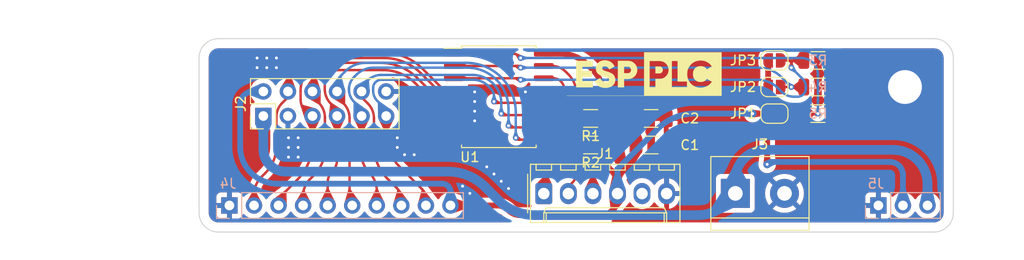
<source format=kicad_pcb>
(kicad_pcb (version 20221018) (generator pcbnew)
  (layers (0 "F.Cu" signal) (31 "B.Cu" signal) (34 "B.Paste" user) (35 "F.Paste" user) (36 "B.SilkS" user "B.Silkscreen") (37 "F.SilkS" user "F.Silkscreen") (38 "B.Mask" user) (39 "F.Mask" user) (44 "Edge.Cuts" user))
  (net 0 "")
  (net 1 "+3V3")
  (net 2 "GND")
  (net 3 "INT")
  (net 4 "SCL")
  (net 5 "SDA")
  (net 7 "+12V")
  (net 8 "Net-(J2-Pad4)")
  (net 9 "Net-(J2-Pad5)")
  (net 10 "Net-(J2-Pad6)")
  (net 11 "Net-(J2-Pad7)")
  (net 12 "Net-(J2-Pad8)")
  (net 13 "Net-(J2-Pad9)")
  (net 14 "Net-(J2-Pad10)")
  (net 15 "Net-(J2-Pad11)")
  (net 16 "Net-(JP1-Pad2)")
  (net 17 "Net-(JP2-Pad2)")
  (net 18 "Net-(JP3-Pad2)")
  (footprint "Jumper:SolderJumper-2_P1.3mm_Open_RoundedPad1.0x1.5mm" (layer "F.Cu") (at 183.5 90.75)
    (fp_text reference "JP1")
    (fp_text value "SolderJumper_2_Open")
  )
  (footprint "Resistor_SMD:R_1206_3216Metric" (layer "F.Cu") (at 188 85.25)
    (fp_text reference "R3")
    (fp_text value "10k")
  )
  (footprint "Connector_Molex:Molex_KK-254_AE-6410-06A_1x06_P2.54mm_Vertical" (layer "F.Cu") (at 159.65 99.02)
    (fp_text reference "J1")
    (fp_text value "Conn_01x06")
  )
  (footprint "Resistor_SMD:R_1206_3216Metric" (layer "F.Cu") (at 164.5 91.25 180)
    (fp_text reference "R1")
    (fp_text value "100k")
  )
  (footprint "Connector_PinHeader_2.54mm:PinHeader_2x06_P2.54mm_Vertical" (layer "F.Cu") (at 130.65 91 90)
    (fp_text reference "J2")
    (fp_text value "Conn_02x06_Odd_Even")
  )
  (footprint "Jumper:SolderJumper-2_P1.3mm_Open_RoundedPad1.0x1.5mm" (layer "F.Cu") (at 183.5 85.25)
    (fp_text reference "JP3")
    (fp_text value "SolderJumper_2_Open")
  )
  (footprint "Resistor_SMD:R_1206_3216Metric" (layer "F.Cu") (at 164.5 94 180)
    (fp_text reference "R2")
    (fp_text value "100k")
  )
  (footprint "Resistor_SMD:R_1206_3216Metric" (layer "F.Cu") (at 188 90.75)
    (fp_text reference "R5")
    (fp_text value "10k")
  )
  (footprint "MountingHole:MountingHole_3.5mm_Pad" (layer "F.Cu") (at 197 88)
    (fp_text reference "REF**" hide)
    (fp_text value "MountingHole_3.5mm_Pad")
  )
  (footprint "Package_SO:SOIC-16W_7.5x10.3mm_P1.27mm" (layer "F.Cu") (at 155 89)
    (fp_text reference "U1")
    (fp_text value "PCF8574")
  )
  (footprint "Resistor_SMD:R_1206_3216Metric" (layer "F.Cu") (at 188 88)
    (fp_text reference "R4")
    (fp_text value "10k")
  )
  (footprint "Jumper:SolderJumper-2_P1.3mm_Open_RoundedPad1.0x1.5mm" (layer "F.Cu") (at 183.5 88)
    (fp_text reference "JP2")
    (fp_text value "SolderJumper_2_Open")
  )
  (footprint "Capacitor_SMD:C_1206_3216Metric_Pad1.33x1.80mm_HandSolder" (layer "F.Cu") (at 170.75 91.25)
    (fp_text reference "C2")
    (fp_text value "100nF")
  )
  (footprint "libs:TerminalBlock_bornier-2_P5.08mm" (layer "F.Cu") (at 179.46 99)
    (fp_text reference "J3")
    (fp_text value "Screw_Terminal_01x02")
  )
  (footprint "Capacitor_SMD:C_1206_3216Metric_Pad1.33x1.80mm_HandSolder" (layer "F.Cu") (at 170.75 94)
    (fp_text reference "C1")
    (fp_text value "1uF")
  )
  (footprint "Connector_PinSocket_2.54mm:PinSocket_1x10_P2.54mm_Vertical" (layer "B.Cu") (at 127.14 100.25 -90)
    (fp_text reference "J4")
    (fp_text value "Conn_01x10")
  )
  (footprint "Connector_PinSocket_2.54mm:PinSocket_1x03_P2.54mm_Vertical" (layer "B.Cu") (at 194.25 100.25 -90)
    (fp_text reference "J5")
    (fp_text value "Conn_01x03")
  )
  (gr_poly locked (pts (xy 164.700815 85.901552) (xy 163.633269 85.901552) (xy 163.633269 86.351863) (xy 164.603765 86.351863) (xy 164.603765 86.941924) (xy 163.633269 86.941924) (xy 163.633268 87.42329) (xy 164.720224 87.42329) (xy 164.720224 88.021115) (xy 163.012151 88.021115) (xy 163.012151 85.303727) (xy 164.700815 85.303727)) (stroke (width 0.032)) (fill solid) (layer "F.SilkS"))
  (gr_poly locked (pts (xy 171.628476 85.886418) (xy 171.645838 85.887601) (xy 171.662807 85.889572) (xy 171.679381 85.892332) (xy 171.695561 85.89588) (xy 171.711347 85.900217) (xy 171.726738 85.905343) (xy 171.741736 85.911257) (xy 171.756339 85.917959) (xy 171.770547 85.92545) (xy 171.784362 85.93373) (xy 171.797782 85.942798) (xy 171.810808 85.952654) (xy 171.823439 85.9633) (xy 171.835676 85.974733) (xy 171.847519 85.986955) (xy 171.858801 85.999754) (xy 171.869355 86.012916) (xy 171.879182 86.026442) (xy 171.88828 86.040333) (xy 171.896651 86.054587) (xy 171.904293 86.069205) (xy 171.911208 86.084187) (xy 171.917395 86.099533) (xy 171.922854 86.115243) (xy 171.927585 86.131317) (xy 171.931588 86.147755) (xy 171.934864 86.164556) (xy 171.937411 86.181722) (xy 171.939231 86.199252) (xy 171.940323 86.217145) (xy 171.940687 86.235403) (xy 171.940323 86.25366) (xy 171.939231 86.271554) (xy 171.937411 86.289083) (xy 171.934864 86.306249) (xy 171.931588 86.323051) (xy 171.927585 86.339488) (xy 171.922854 86.355562) (xy 171.917395 86.371272) (xy 171.911208 86.386618) (xy 171.904293 86.4016) (xy 171.896651 86.416218) (xy 171.88828 86.430473) (xy 171.879182 86.444363) (xy 171.869355 86.457889) (xy 171.858801 86.471051) (xy 171.847519 86.48385) (xy 171.835676 86.496072) (xy 171.823439 86.507506) (xy 171.810807 86.518151) (xy 171.797781 86.528007) (xy 171.784361 86.537075) (xy 171.770547 86.545355) (xy 171.756338 86.552846) (xy 171.741735 86.559548) (xy 171.726738 86.565462) (xy 171.711347 86.570588) (xy 171.695561 86.574925) (xy 171.679381 86.578473) (xy 171.662807 86.581233) (xy 171.645838 86.583204) (xy 171.628476 86.584387) (xy 171.610719 86.584781) (xy 171.20311 86.584781) (xy 171.20311 85.886024) (xy 171.610719 85.886024)) (stroke (width 0.032)) (fill solid) (layer "F.SilkS"))
  (gr_poly locked (pts (xy 168.399362 85.304788) (xy 168.447886 85.307972) (xy 168.495441 85.31328) (xy 168.542024 85.32071) (xy 168.587638 85.330264) (xy 168.632281 85.34194) (xy 168.675953 85.355739) (xy 168.718655 85.371661) (xy 168.760386 85.389707) (xy 168.801147 85.409875) (xy 168.840937 85.432166) (xy 168.879757 85.45658) (xy 168.917606 85.483117) (xy 168.954485 85.511777) (xy 168.990394 85.54256) (xy 169.025332 85.575465) (xy 169.058708 85.609888) (xy 169.08993 85.64522) (xy 169.119 85.681462) (xy 169.145916 85.718613) (xy 169.170679 85.756675) (xy 169.193288 85.795647) (xy 169.213745 85.835528) (xy 169.232048 85.876319) (xy 169.248197 85.91802) (xy 169.262194 85.960631) (xy 169.274037 86.004152) (xy 169.283727 86.048582) (xy 169.291263 86.093922) (xy 169.296646 86.140173) (xy 169.299876 86.187333) (xy 169.300953 86.235403) (xy 169.299876 86.283472) (xy 169.296646 86.330632) (xy 169.291263 86.376883) (xy 169.283727 86.422223) (xy 169.274037 86.466654) (xy 169.262194 86.510174) (xy 169.248197 86.552785) (xy 169.232048 86.594486) (xy 169.213745 86.635277) (xy 169.193288 86.675159) (xy 169.170679 86.71413) (xy 169.145916 86.752192) (xy 169.119 86.789344) (xy 169.08993 86.825586) (xy 169.058708 86.860918) (xy 169.025332 86.89534) (xy 168.990394 86.928246) (xy 168.954485 86.959029) (xy 168.917606 86.987689) (xy 168.879757 87.014226) (xy 168.840937 87.03864) (xy 168.801147 87.060931) (xy 168.760386 87.081099) (xy 168.718655 87.099144) (xy 168.675953 87.115066) (xy 168.632281 87.128865) (xy 168.587638 87.140542) (xy 168.542024 87.150095) (xy 168.495441 87.157525) (xy 168.447886 87.162833) (xy 168.399362 87.166017) (xy 168.349867 87.167079) (xy 167.942258 87.167079) (xy 167.942258 88.021115) (xy 167.321141 88.021115) (xy 167.321141 86.584781) (xy 167.942258 86.584781) (xy 168.349867 86.584781) (xy 168.367624 86.584387) (xy 168.384986 86.583204) (xy 168.401955 86.581233) (xy 168.418529 86.578473) (xy 168.434709 86.574925) (xy 168.450495 86.570588) (xy 168.465886 86.565462) (xy 168.480884 86.559548) (xy 168.495487 86.552846) (xy 168.509695 86.545355) (xy 168.52351 86.537075) (xy 168.53693 86.528007) (xy 168.549955 86.518151) (xy 168.562587 86.507506) (xy 168.574824 86.496072) (xy 168.586667 86.48385) (xy 168.597949 86.471051) (xy 168.608503 86.457889) (xy 168.61833 86.444363) (xy 168.627428 86.430473) (xy 168.635798 86.416218) (xy 168.643441 86.4016) (xy 168.650356 86.386618) (xy 168.656543 86.371272) (xy 168.662002 86.355562) (xy 168.666733 86.339488) (xy 168.670736 86.323051) (xy 168.674012 86.306249) (xy 168.676559 86.289083) (xy 168.678379 86.271554) (xy 168.679471 86.25366) (xy 168.679835 86.235403) (xy 168.679471 86.217145) (xy 168.678379 86.199252) (xy 168.676559 86.181722) (xy 168.674012 86.164556) (xy 168.670736 86.147755) (xy 168.666733 86.131317) (xy 168.662002 86.115243) (xy 168.656543 86.099533) (xy 168.650356 86.084187) (xy 168.643441 86.069205) (xy 168.635798 86.054587) (xy 168.627428 86.040333) (xy 168.61833 86.026442) (xy 168.608503 86.012916) (xy 168.597949 85.999754) (xy 168.586667 85.986955) (xy 168.574824 85.974733) (xy 168.562587 85.9633) (xy 168.549955 85.952654) (xy 168.53693 85.942798) (xy 168.52351 85.93373) (xy 168.509695 85.92545) (xy 168.495487 85.917959) (xy 168.480884 85.911257) (xy 168.465886 85.905343) (xy 168.450495 85.900217) (xy 168.434709 85.89588) (xy 168.418529 85.892332) (xy 168.401955 85.889572) (xy 168.384986 85.887601) (xy 168.367624 85.886418) (xy 168.349867 85.886024) (xy 167.942258 85.886024) (xy 167.942258 86.584781) (xy 167.321141 86.584781) (xy 167.321141 85.303727) (xy 168.349867 85.303727)) (stroke (width 0.032)) (fill solid) (layer "F.SilkS"))
  (gr_poly locked (pts (xy 166 85.25) (xy 166.040821 85.251865) (xy 166.081036 85.254974) (xy 166.120644 85.259326) (xy 166.159646 85.264921) (xy 166.198042 85.27176) (xy 166.23583 85.279843) (xy 166.273012 85.289169) (xy 166.309588 85.299738) (xy 166.345557 85.311551) (xy 166.380919 85.324607) (xy 166.415675 85.338907) (xy 166.449825 85.35445) (xy 166.483367 85.371236) (xy 166.516304 85.389266) (xy 166.548633 85.40854) (xy 166.580235 85.428511) (xy 166.610988 85.449604) (xy 166.640891 85.471819) (xy 166.669945 85.495156) (xy 166.69815 85.519616) (xy 166.725506 85.545197) (xy 166.752013 85.571901) (xy 166.77767 85.599727) (xy 166.802479 85.628675) (xy 166.826438 85.658745) (xy 166.849548 85.689938) (xy 166.871808 85.722252) (xy 166.89322 85.755689) (xy 166.913782 85.790248) (xy 166.933495 85.825929) (xy 166.952359 85.862732) (xy 166.428291 86.169409) (xy 166.418935 86.150302) (xy 166.409306 86.131802) (xy 166.399404 86.113909) (xy 166.389229 86.096622) (xy 166.378782 86.079941) (xy 166.368061 86.063868) (xy 166.357067 86.0484) (xy 166.3458 86.033539) (xy 166.33426 86.019285) (xy 166.322448 86.005638) (xy 166.310362 85.992597) (xy 166.298003 85.980162) (xy 166.285372 85.968334) (xy 166.272467 85.957113) (xy 166.25929 85.946498) (xy 166.245839 85.93649) (xy 166.231979 85.926618) (xy 166.217573 85.917383) (xy 166.202622 85.908785) (xy 166.187124 85.900824) (xy 166.17108 85.8935) (xy 166.154491 85.886813) (xy 166.137356 85.880762) (xy 166.119674 85.875349) (xy 166.101447 85.870572) (xy 166.082674 85.866432) (xy 166.063355 85.862929) (xy 166.043491 85.860063) (xy 166.02308 85.857834) (xy 166.002123 85.856242) (xy 165.980621 85.855286) (xy 165.958572 85.854968) (xy 165.941346 85.855211) (xy 165.924605 85.855939) (xy 165.908349 85.857152) (xy 165.892579 85.85885) (xy 165.877293 85.861034) (xy 165.862493 85.863703) (xy 165.848178 85.866857) (xy 165.834349 85.870496) (xy 165.821005 85.874621) (xy 165.808146 85.879231) (xy 165.795772 85.884326) (xy 165.783883 85.889906) (xy 165.77248 85.895972) (xy 165.761562 85.902522) (xy 165.751129 85.909559) (xy 165.741182 85.91708) (xy 165.73225 85.924465) (xy 165.723895 85.932062) (xy 165.716115 85.939871) (xy 165.708912 85.947893) (xy 165.702286 85.956127) (xy 165.696235 85.964573) (xy 165.690761 85.973232) (xy 165.685863 85.982103) (xy 165.681541 85.991186) (xy 165.677796 86.000482) (xy 165.674627 86.00999) (xy 165.672033 86.01971) (xy 165.670017 86.029643) (xy 165.668576 86.039787) (xy 165.667712 86.050144) (xy 165.667424 86.060714) (xy 165.667788 86.073224) (xy 165.668879 86.085522) (xy 165.670699 86.097608) (xy 165.673247 86.109481) (xy 165.676522 86.121142) (xy 165.680525 86.132591) (xy 165.685256 86.143828) (xy 165.690715 86.154852) (xy 165.696902 86.165664) (xy 165.703817 86.176263) (xy 165.71146 86.186651) (xy 165.71983 86.196826) (xy 165.728929 86.206788) (xy 165.738755 86.216539) (xy 165.749309 86.226077) (xy 165.760591 86.235403) (xy 165.773511 86.244683) (xy 165.788008 86.254084) (xy 165.804082 86.263607) (xy 165.821733 86.273252) (xy 165.84096 86.283017) (xy 165.861765 86.292904) (xy 165.884148 86.302912) (xy 165.908107 86.313042) (xy 165.933643 86.323293) (xy 165.960756 86.333665) (xy 165.989446 86.344158) (xy 166.019714 86.354773) (xy 166.08498 86.376367) (xy 166.156554 86.398446) (xy 166.233466 86.422466) (xy 166.301158 86.444059) (xy 166.35963 86.463227) (xy 166.408883 86.479968) (xy 166.431932 86.488399) (xy 166.456437 86.498165) (xy 166.482398 86.509265) (xy 166.509815 86.5217) (xy 166.538687 86.535468) (xy 166.569015 86.550572) (xy 166.600799 86.567009) (xy 166.634038 86.584781) (xy 166.651234 86.593561) (xy 166.667884 86.602432) (xy 166.683988 86.611394) (xy 166.699546 86.620447) (xy 166.714559 86.629591) (xy 166.729025 86.638825) (xy 166.742946 86.648151) (xy 166.75632 86.657568) (xy 166.769149 86.667076) (xy 166.781432 86.676675) (xy 166.793169 86.686365) (xy 166.80436 86.696146) (xy 166.815005 86.706018) (xy 166.825104 86.71598) (xy 166.834658 86.726034) (xy 166.843665 86.736179) (xy 166.852809 86.746096) (xy 166.861801 86.756438) (xy 166.870642 86.767204) (xy 166.879331 86.778395) (xy 166.887868 86.790011) (xy 166.896254 86.802051) (xy 166.904488 86.814516) (xy 166.91257 86.827405) (xy 166.920501 86.84072) (xy 166.92828 86.854458) (xy 166.935907 86.868621) (xy 166.943383 86.883209) (xy 166.950708 86.898222) (xy 166.95788 86.913659) (xy 166.964901 86.92952) (xy 166.97177 86.945807) (xy 166.978822 86.961972) (xy 166.985418 86.97844) (xy 166.99156 86.995211) (xy 166.997246 87.012286) (xy 167.002478 87.029664) (xy 167.007254 87.047345) (xy 167.011576 87.06533) (xy 167.015443 87.083617) (xy 167.018855 87.102208) (xy 167.021812 87.121103) (xy 167.024314 87.1403) (xy 167.026361 87.159801) (xy 167.027953 87.179605) (xy 167.029091 87.199713) (xy 167.029773 87.220123) (xy 167.03 87.240837) (xy 167.028909 87.288725) (xy 167.025633 87.335339) (xy 167.020174 87.380679) (xy 167.012532 87.424746) (xy 167.002705 87.467539) (xy 166.990695 87.509058) (xy 166.976502 87.549303) (xy 166.960125 87.588274) (xy 166.941564 87.625972) (xy 166.92082 87.662396) (xy 166.897892 87.697546) (xy 166.87278 87.731423) (xy 166.845485 87.764025) (xy 166.816006 87.795354) (xy 166.784343 87.825409) (xy 166.750497 87.85419) (xy 166.714892 87.880985) (xy 166.677953 87.906051) (xy 166.639679 87.929389) (xy 166.60007 87.950998) (xy 166.559127 87.970878) (xy 166.51685 87.989029) (xy 166.473239 88.005452) (xy 166.428292 88.020145) (xy 166.382012 88.033111) (xy 166.334397 88.044347) (xy 166.285448 88.053855) (xy 166.235164 88.061634) (xy 166.183545 88.067685) (xy 166.130593 88.072006) (xy 166.076306 88.074599) (xy 166.020684 88.075464) (xy 165.969293 88.074766) (xy 165.918964 88.072673) (xy 165.869696 88.069186) (xy 165.82149 88.064303) (xy 165.774345 88.058025) (xy 165.728262 88.050352) (xy 165.68324 88.041284) (xy 165.639279 88.030821) (xy 165.59638 88.018962) (xy 165.554543 88.005709) (xy 165.513767 87.991061) (xy 165.474052 87.975017) (xy 165.435399 87.957578) (xy 165.397807 87.938745) (xy 165.361277 87.918516) (xy 165.325809 87.896892) (xy 165.291978 87.873585) (xy 165.25939 87.849277) (xy 165.228046 87.823968) (xy 165.197946 87.797659) (xy 165.169089 87.770348) (xy 165.141475 87.742037) (xy 165.115105 87.712725) (xy 165.089978 87.682412) (xy 165.066095 87.651099) (xy 165.043455 87.618784) (xy 165.022059 87.585469) (xy 165.001906 87.551153) (xy 164.982996 87.515836) (xy 164.96533 87.479518) (xy 164.948908 87.4422) (xy 164.933729 87.40388) (xy 165.469442 87.093321) (xy 165.490778 87.138919) (xy 165.502162 87.160615) (xy 165.514024 87.181576) (xy 165.526364 87.201801) (xy 165.539181 87.22129) (xy 165.552476 87.240044) (xy 165.566249 87.258063) (xy 165.580499 87.275346) (xy 165.595227 87.291894) (xy 165.610433 87.307706) (xy 165.626117 87.322783) (xy 165.642278 87.337124) (xy 165.658916 87.35073) (xy 165.676033 87.363601) (xy 165.693627 87.375736) (xy 165.711698 87.387135) (xy 165.730248 87.397799) (xy 165.749275 87.407728) (xy 165.76878 87.416921) (xy 165.788762 87.425379) (xy 165.809222 87.433101) (xy 165.83016 87.440088) (xy 165.851575 87.446339) (xy 165.873468 87.451855) (xy 165.895839 87.456636) (xy 165.918687 87.460681) (xy 165.942013 87.46399) (xy 165.965817 87.466564) (xy 165.990098 87.468403) (xy 166.040094 87.469874) (xy 166.084752 87.46901) (xy 166.126529 87.466417) (xy 166.165424 87.462095) (xy 166.201439 87.456044) (xy 166.234572 87.448265) (xy 166.264824 87.438758) (xy 166.292195 87.427521) (xy 166.316685 87.414556) (xy 166.32785 87.407425) (xy 166.338294 87.399862) (xy 166.348018 87.391867) (xy 166.357021 87.383439) (xy 166.365305 87.37458) (xy 166.372868 87.365288) (xy 166.379711 87.355564) (xy 166.385833 87.345408) (xy 166.391235 87.33482) (xy 166.395917 87.323799) (xy 166.399879 87.312347) (xy 166.40312 87.300462) (xy 166.405641 87.288145) (xy 166.407442 87.275396) (xy 166.408522 87.262214) (xy 166.408882 87.248601) (xy 166.408412 87.23377) (xy 166.407002 87.219364) (xy 166.404652 87.205383) (xy 166.401361 87.191826) (xy 166.39713 87.178694) (xy 166.391959 87.165987) (xy 166.385848 87.153704) (xy 166.378797 87.141846) (xy 166.370805 87.130412) (xy 166.361874 87.119403) (xy 166.352002 87.108819) (xy 166.34119 87.098659) (xy 166.329438 87.088923) (xy 166.316746 87.079613) (xy 166.303113 87.070727) (xy 166.288541 87.062265) (xy 166.273164 87.053455) (xy 166.25615 87.044493) (xy 166.237498 87.03538) (xy 166.217209 87.026115) (xy 166.195282 87.016698) (xy 166.171717 87.007129) (xy 166.119674 86.987537) (xy 166.061081 86.967339) (xy 165.995936 86.946534) (xy 165.924241 86.925122) (xy 165.845995 86.903104) (xy 165.80396 86.891276) (xy 165.76326 86.879084) (xy 165.723894 86.866528) (xy 165.685863 86.853609) (xy 165.649166 86.840325) (xy 165.613803 86.826678) (xy 165.579775 86.812666) (xy 165.547082 86.798291) (xy 165.515116 86.783187) (xy 165.483272 86.766992) (xy 165.451549 86.749705) (xy 165.419947 86.731326) (xy 165.388466 86.711856) (xy 165.357107 86.691293) (xy 165.325869 86.669639) (xy 165.294753 86.646893) (xy 165.279922 86.63458) (xy 165.265516 86.621903) (xy 165.251535 86.608862) (xy 165.237979 86.595457) (xy 165.224847 86.581688) (xy 165.212139 86.567555) (xy 165.199856 86.553058) (xy 165.187998 86.538197) (xy 165.176564 86.522973) (xy 165.165555 86.507384) (xy 165.154971 86.491431) (xy 165.144811 86.475115) (xy 165.135076 86.458434) (xy 165.125765 86.44139) (xy 165.116879 86.423982) (xy 165.108417 86.406209) (xy 165.100896 86.388088) (xy 165.09386 86.369634) (xy 165.087309 86.350846) (xy 165.081243 86.331724) (xy 165.075663 86.312268) (xy 165.070568 86.292479) (xy 165.065958 86.272357) (xy 165.061833 86.2519) (xy 165.058194 86.231111) (xy 165.05504 86.209987) (xy 165.052371 86.18853) (xy 165.050187 86.166739) (xy 165.048489 86.144615) (xy 165.047276 86.122157) (xy 165.046548 86.099366) (xy 165.046305 86.076241) (xy 165.047352 86.029763) (xy 165.050491 85.984469) (xy 165.055722 85.940356) (xy 165.063047 85.897427) (xy 165.072463 85.855681) (xy 165.083973 85.815117) (xy 165.097575 85.775736) (xy 165.11327 85.737538) (xy 165.131057 85.700522) (xy 165.150937 85.66469) (xy 165.17291 85.63004) (xy 165.196975 85.596573) (xy 165.223133 85.564289) (xy 165.251384 85.533188) (xy 165.281727 85.503269) (xy 165.314162 85.474533) (xy 165.348524 85.447269) (xy 165.383674 85.421763) (xy 165.419613 85.398016) (xy 165.45634 85.376028) (xy 165.493856 85.355799) (xy 165.53216 85.33733) (xy 165.571253 85.320619) (xy 165.611134 85.305667) (xy 165.651804 85.292475) (xy 165.693262 85.281041) (xy 165.735509 85.271366) (xy 165.778545 85.263451) (xy 165.822369 85.257294) (xy 165.866981 85.252896) (xy 165.912382 85.250258) (xy 165.958572 85.249378)) (stroke (width 0.032)) (fill solid) (layer "F.SilkS"))
  (gr_poly locked (pts (xy 178.026877 88.902421) (xy 170.026878 88.902421) (xy 170.026878 88.021115) (xy 170.581993 88.021115) (xy 171.20311 88.021115) (xy 172.872357 88.021115) (xy 174.463971 88.021115) (xy 174.463971 87.42329) (xy 173.493475 87.42329) (xy 173.493475 86.66242) (xy 174.463966 86.66242) (xy 174.465528 86.736876) (xy 174.470213 86.809815) (xy 174.478023 86.881237) (xy 174.488956 86.951143) (xy 174.503013 87.019533) (xy 174.520194 87.086406) (xy 174.540498 87.151763) (xy 174.563927 87.215603) (xy 174.590479 87.277927) (xy 174.620155 87.338735) (xy 174.652954 87.398026) (xy 174.688878 87.455801) (xy 174.727925 87.51206) (xy 174.770096 87.566802) (xy 174.815391 87.620027) (xy 174.863809 87.671737) (xy 174.915079 87.720626) (xy 174.967956 87.76636) (xy 175.02244 87.808941) (xy 175.078532 87.848367) (xy 175.136231 87.88464) (xy 175.195537 87.917758) (xy 175.256451 87.947722) (xy 175.318972 87.974532) (xy 175.383101 87.998188) (xy 175.448837 88.01869) (xy 175.51618 88.036037) (xy 175.585131 88.050231) (xy 175.655689 88.06127) (xy 175.727854 88.069155) (xy 175.801627 88.073887) (xy 175.877008 88.075464) (xy 175.877008 88.075462) (xy 175.922879 88.07481) (xy 175.968295 88.072854) (xy 176.013256 88.069594) (xy 176.057763 88.06503) (xy 176.101814 88.059161) (xy 176.145411 88.051988) (xy 176.188552 88.043512) (xy 176.231239 88.033731) (xy 176.273471 88.022646) (xy 176.315247 88.010257) (xy 176.356569 87.996564) (xy 176.397436 87.981567) (xy 176.437848 87.965266) (xy 176.477805 87.94766) (xy 176.517307 87.928751) (xy 176.556355 87.908537) (xy 176.594644 87.886716) (xy 176.631871 87.863955) (xy 176.668037 87.840254) (xy 176.703142 87.815612) (xy 176.737185 87.79003) (xy 176.770167 87.763508) (xy 176.802087 87.736046) (xy 176.832945 87.707644) (xy 176.862743 87.678302) (xy 176.891478 87.648019) (xy 176.919153 87.616796) (xy 176.945766 87.584634) (xy 176.971317 87.551531) (xy 176.995807 87.517487) (xy 177.019235 87.482504) (xy 177.041602 87.446581) (xy 176.505888 87.136021) (xy 176.494879 87.155174) (xy 176.483203 87.17381) (xy 176.47086 87.191931) (xy 176.457849 87.209536) (xy 176.444171 87.226626) (xy 176.429826 87.243201) (xy 176.414814 87.259259) (xy 176.399134 87.274802) (xy 176.382787 87.28983) (xy 176.365773 87.304342) (xy 176.348092 87.318338) (xy 176.329744 87.331819) (xy 176.310728 87.344785) (xy 176.291045 87.357234) (xy 176.270695 87.369168) (xy 176.249677 87.380587) (xy 176.22866 87.391399) (xy 176.20734 87.401513) (xy 176.185716 87.41093) (xy 176.163789 87.419649) (xy 176.141558 87.427671) (xy 176.119025 87.434995) (xy 176.096188 87.441622) (xy 176.073047 87.447551) (xy 176.049604 87.452783) (xy 176.025857 87.457317) (xy 176.001807 87.461153) (xy 175.977453 87.464292) (xy 175.952796 87.466734) (xy 175.927836 87.468478) (xy 175.902573 87.469524) (xy 175.877006 87.469873) (xy 175.83244 87.469008) (xy 175.788995 87.466415) (xy 175.746672 87.462094) (xy 175.705472 87.456043) (xy 175.665393 87.448264) (xy 175.626437 87.438756) (xy 175.588603 87.42752) (xy 175.551891 87.414555) (xy 175.516301 87.399861) (xy 175.481833 87.383438) (xy 175.448487 87.365287) (xy 175.416264 87.345407) (xy 175.385162 87.323798) (xy 175.355183 87.300461) (xy 175.326326 87.275394) (xy 175.298591 87.2486) (xy 175.272736 87.220379) (xy 175.24855 87.191037) (xy 175.226031 87.160572) (xy 175.205181 87.128986) (xy 175.185999 87.096277) (xy 175.168484 87.062446) (xy 175.152638 87.027493) (xy 175.13846 86.991418) (xy 175.125949 86.954221) (xy 175.115107 86.915901) (xy 175.105933 86.87646) (xy 175.098427 86.835896) (xy 175.092589 86.79421) (xy 175.088419 86.751402) (xy 175.085917 86.707473) (xy 175.085083 86.66242) (xy 175.085917 86.617368) (xy 175.088419 86.573438) (xy 175.092589 86.53063) (xy 175.098427 86.488945) (xy 175.105933 86.448381) (xy 175.115107 86.40894) (xy 175.125949 86.37062) (xy 175.13846 86.333423) (xy 175.152638 86.297348) (xy 175.168484 86.262395) (xy 175.185999 86.228564) (xy 175.205181 86.195855) (xy 175.226031 86.164268) (xy 175.24855 86.133804) (xy 175.272736 86.104461) (xy 175.298591 86.076241) (xy 175.326326 86.049446) (xy 175.355183 86.02438) (xy 175.385162 86.001043) (xy 175.416264 85.979434) (xy 175.448487 85.959554) (xy 175.481833 85.941403) (xy 175.516301 85.92498) (xy 175.551891 85.910286) (xy 175.588603 85.897321) (xy 175.626437 85.886084) (xy 175.665393 85.876577) (xy 175.705472 85.868798) (xy 175.746672 85.862747) (xy 175.788995 85.858425) (xy 175.83244 85.855832) (xy 175.877006 85.854968) (xy 175.902573 85.855317) (xy 175.927836 85.856363) (xy 175.952796 85.858107) (xy 175.977453 85.860548) (xy 176.001807 85.863687) (xy 176.025857 85.867524) (xy 176.049604 85.872058) (xy 176.073047 85.877289) (xy 176.096188 85.883219) (xy 176.119025 85.889845) (xy 176.141558 85.89717) (xy 176.163789 85.905191) (xy 176.185716 85.913911) (xy 176.20734 85.923328) (xy 176.22866 85.933442) (xy 176.249677 85.944254) (xy 176.27024 85.955218) (xy 176.290195 85.966757) (xy 176.309545 85.978873) (xy 176.328287 85.991566) (xy 176.346423 86.004834) (xy 176.363953 86.018679) (xy 176.380876 86.0331) (xy 176.397192 86.048097) (xy 176.412902 86.063671) (xy 176.428006 86.079821) (xy 176.442503 86.096547) (xy 176.456393 86.113849) (xy 176.469676 86.131727) (xy 176.482354 86.150182) (xy 176.494424 86.169212) (xy 176.505888 86.188819) (xy 177.041602 85.87826) (xy 177.018765 85.842352) (xy 176.994897 85.807414) (xy 176.969998 85.773446) (xy 176.944067 85.74045) (xy 176.917106 85.708423) (xy 176.889113 85.677367) (xy 176.860089 85.647282) (xy 176.830034 85.618167) (xy 176.798948 85.590023) (xy 176.766831 85.562849) (xy 176.733682 85.536645) (xy 176.699503 85.511412) (xy 176.664292 85.48715) (xy 176.62805 85.463858) (xy 176.590777 85.441537) (xy 176.552473 85.420186) (xy 176.513441 85.399502) (xy 176.473984 85.380153) (xy 176.434103 85.362138) (xy 176.393797 85.345458) (xy 176.353066 85.330112) (xy 176.311911 85.3161) (xy 176.270332 85.303423) (xy 176.228327 85.29208) (xy 176.185899 85.282072) (xy 176.143045 85.273398) (xy 176.099767 85.266059) (xy 176.056064 85.260054) (xy 176.011937 85.255383) (xy 175.967385 85.252047) (xy 175.922409 85.250046) (xy 175.877008 85.249378) (xy 175.801627 85.250971) (xy 175.727854 85.255747) (xy 175.655689 85.263708) (xy 175.585131 85.274854) (xy 175.51618 85.289184) (xy 175.448837 85.306698) (xy 175.383101 85.327397) (xy 175.318972 85.35128) (xy 175.256451 85.378348) (xy 175.195537 85.4086) (xy 175.136231 85.442037) (xy 175.078532 85.478658) (xy 175.02244 85.518463) (xy 174.967956 85.561453) (xy 174.915079 85.607628) (xy 174.863809 85.656986) (xy 174.815391 85.708226) (xy 174.770096 85.761011) (xy 174.727925 85.815344) (xy 174.688878 85.871223) (xy 174.652954 85.928649) (xy 174.620155 85.987622) (xy 174.590479 86.048142) (xy 174.563927 86.110208) (xy 174.540498 86.173821) (xy 174.520194 86.238981) (xy 174.503013 86.305687) (xy 174.488956 86.37394) (xy 174.478023 86.44374) (xy 174.470213 86.515087) (xy 174.465528 86.58798) (xy 174.463966 86.66242) (xy 173.493475 86.66242) (xy 173.493475 85.303727) (xy 172.872357 85.303727) (xy 172.872357 88.021115) (xy 171.20311 88.021115) (xy 171.20311 87.167079) (xy 171.610719 87.167079) (xy 171.660214 87.166017) (xy 171.708739 87.162833) (xy 171.756293 87.157525) (xy 171.802877 87.150095) (xy 171.84849 87.140542) (xy 171.893133 87.128865) (xy 171.936805 87.115066) (xy 171.979507 87.099144) (xy 172.021238 87.081099) (xy 172.061999 87.060931) (xy 172.101789 87.03864) (xy 172.140609 87.014226) (xy 172.178458 86.987689) (xy 172.215337 86.959029) (xy 172.251246 86.928246) (xy 172.286184 86.89534) (xy 172.31956 86.860918) (xy 172.350782 86.825586) (xy 172.379852 86.789344) (xy 172.406768 86.752192) (xy 172.431531 86.71413) (xy 172.45414 86.675159) (xy 172.474597 86.635277) (xy 172.4929 86.594486) (xy 172.509049 86.552785) (xy 172.523046 86.510174) (xy 172.534889 86.466654) (xy 172.544579 86.422223) (xy 172.552115 86.376883) (xy 172.557498 86.330632) (xy 172.560728 86.283472) (xy 172.561805 86.235403) (xy 172.560728 86.187333) (xy 172.557498 86.140173) (xy 172.552115 86.093922) (xy 172.544579 86.048582) (xy 172.534889 86.004152) (xy 172.523046 85.960631) (xy 172.509049 85.91802) (xy 172.4929 85.876319) (xy 172.474597 85.835528) (xy 172.45414 85.795647) (xy 172.431531 85.756675) (xy 172.406768 85.718613) (xy 172.379852 85.681462) (xy 172.350782 85.64522) (xy 172.31956 85.609888) (xy 172.286184 85.575465) (xy 172.251246 85.54256) (xy 172.215337 85.511777) (xy 172.178458 85.483117) (xy 172.140609 85.45658) (xy 172.101789 85.432166) (xy 172.061999 85.409875) (xy 172.021238 85.389707) (xy 171.979507 85.371661) (xy 171.936805 85.355739) (xy 171.893133 85.34194) (xy 171.84849 85.330264) (xy 171.802877 85.32071) (xy 171.756293 85.31328) (xy 171.708739 85.307972) (xy 171.660214 85.304788) (xy 171.610719 85.303727) (xy 170.581993 85.303727) (xy 170.581993 88.021115) (xy 170.026878 88.021115) (xy 170.026878 84.422421) (xy 178.026877 84.422421)) (stroke (width 0.032)) (fill solid) (layer "F.SilkS"))
  (gr_poly locked (pts (xy 170.026878 88.902422) (xy 162.026878 88.902422) (xy 162.026878 88.902421) (xy 170.026878 88.902421)) (stroke (width 0.032)) (fill solid) (layer "F.SilkS"))
  (gr_poly locked (pts (xy 162.026878 88.902421) (xy 162.026877 88.902421) (xy 162.026877 84.422421)) (stroke (width 0.032)) (fill solid) (layer "F.SilkS"))
  (gr_line locked (start 126 83) (end 200 83) (stroke (width 0.1)) (layer "Edge.Cuts"))
  (gr_arc locked (start 200 83) (mid 201.414214 83.585786) (end 202 85) (stroke (width 0.1)) (layer "Edge.Cuts"))
  (gr_line locked (start 200 103) (end 126 103) (stroke (width 0.1)) (layer "Edge.Cuts"))
  (gr_line locked (start 124 101) (end 124 85) (stroke (width 0.1)) (layer "Edge.Cuts"))
  (gr_arc locked (start 124 85) (mid 124.585786 83.585786) (end 126 83) (stroke (width 0.1)) (layer "Edge.Cuts"))
  (gr_line locked (start 202 85) (end 202 101) (stroke (width 0.1)) (layer "Edge.Cuts"))
  (gr_arc locked (start 202 101) (mid 201.414214 102.414214) (end 200 103) (stroke (width 0.1)) (layer "Edge.Cuts"))
  (gr_arc locked (start 126 103) (mid 124.585786 102.414214) (end 124 101) (stroke (width 0.1)) (layer "Edge.Cuts"))
  (segment locked (start 169.1875 94) (end 169.1875 91.25) (width 0.6) (layer "F.Cu") (net 1))
  (segment locked (start 168.709318 95.83068) (end 167.888718 96.651281) (width 0.6) (layer "F.Cu") (net 1))
  (segment locked (start 165.528751 101.25) (end 157.207106 101.25) (width 0.6) (layer "F.Cu") (net 1))
  (segment locked (start 182.779289 90.75) (end 181.25 90.75) (width 0.6) (layer "F.Cu") (net 1))
  (segment locked (start 182.75 96) (end 182.75 90.92071) (width 0.6) (layer "F.Cu") (net 1))
  (segment locked (start 166.651281 96.651281) (end 166.61625 96.61625) (width 0.6) (layer "F.Cu") (net 1))
  (segment locked (start 166.8422 100.657799) (end 166.76 100.74) (width 0.6) (layer "F.Cu") (net 1))
  (segment locked (start 167.27 99.625) (end 167.27 99.02) (width 0.6) (layer "F.Cu") (net 1))
  (segment locked (start 165.9625 94) (end 165.9625 91.25) (width 0.6) (layer "F.Cu") (net 1))
  (segment locked (start 165.9625 91.25) (end 165.9625 89.35625) (width 0.6) (layer "F.Cu") (net 1))
  (segment locked (start 154.792893 100.25) (end 150 100.25) (width 0.6) (layer "F.Cu") (net 1))
  (segment locked (start 161.3525 84.555) (end 159.65 84.555) (width 0.6) (layer "F.Cu") (net 1))
  (segment locked (start 169.1875 94.67625) (end 169.1875 94) (width 0.6) (layer "F.Cu") (net 1))
  (segment locked (start 165.9625 94) (end 165.9625 95.037957) (width 0.6) (layer "F.Cu") (net 1))
  (segment locked (start 182.85 90.679289) (end 182.85 85.25) (width 0.6) (layer "F.Cu") (net 1))
  (segment locked (start 167.27 98.145) (end 167.27 99.02) (width 0.6) (layer "F.Cu") (net 1))
  (segment locked (start 164.258849 85.758849) (end 164.623416 86.123416) (width 0.6) (layer "F.Cu") (net 1))
  (via locked (at 181.25 90.75) (size 0.8) (drill 0.3) (layers "F.Cu" "B.Cu") (net 1))
  (via locked (at 182.75 96) (size 0.8) (drill 0.3) (layers "F.Cu" "B.Cu") (net 1))
  (arc (start 164.623416 86.123416) (mid 165.614483 87.606652) (end 165.9625 89.35625) (width 0.6) (layer "F.Cu") (net 1))
  (arc (start 166.76 100.74) (mid 166.195098 101.117455) (end 165.528751 101.25) (width 0.6) (layer "F.Cu") (net 1))
  (arc (start 182.8 90.8) (mid 182.762994 90.855382) (end 182.75 90.92071) (width 0.6) (layer "F.Cu") (net 1))
  (arc (start 156 100.75) (mid 156.553825 101.120054) (end 157.207106 101.25) (width 0.6) (layer "F.Cu") (net 1))
  (arc (start 167.27 98.145) (mid 167.1092 97.336605) (end 166.651281 96.651281) (width 0.6) (layer "F.Cu") (net 1))
  (arc (start 165.9625 95.037957) (mid 166.132404 95.892123) (end 166.61625 96.61625) (width 0.6) (layer "F.Cu") (net 1))
  (arc (start 156 100.75) (mid 155.446174 100.379945) (end 154.792893 100.25) (width 0.6) (layer "F.Cu") (net 1))
  (arc (start 182.85 90.679289) (mid 182.837005 90.744617) (end 182.8 90.8) (width 0.6) (layer "F.Cu") (net 1))
  (arc (start 167.27 99.625) (mid 167.158818 100.183946) (end 166.8422 100.657799) (width 0.6) (layer "F.Cu") (net 1))
  (arc (start 164.258849 85.758849) (mid 162.925404 84.86787) (end 161.3525 84.555) (width 0.6) (layer "F.Cu") (net 1))
  (arc (start 169.1875 94.67625) (mid 169.063224 95.301023) (end 168.709318 95.83068) (width 0.6) (layer "F.Cu") (net 1))
  (arc (start 182.779289 90.75) (mid 182.829289 90.729289) (end 182.85 90.679289) (width 0.6) (layer "F.Cu") (net 1))
  (arc (start 182.8 90.8) (mid 182.806349 90.76808) (end 182.779289 90.75) (width 0.6) (layer "F.Cu") (net 1))
  (arc (start 166.651281 96.651281) (mid 167.269999 96.907562) (end 167.888718 96.651281) (width 0.6) (layer "F.Cu") (net 1))
  (arc (start 167.888718 96.651281) (mid 167.430799 97.336605) (end 167.27 98.145) (width 0.6) (layer "F.Cu") (net 1))
  (segment locked (start 182.75 96) (end 182.875 95.875) (width 0.6) (layer "B.Cu") (net 1))
  (segment locked (start 167.27 96.534142) (end 167.27 99.02) (width 0.6) (layer "B.Cu") (net 1))
  (segment locked (start 128.25 94.159009) (end 128.25 89.808614) (width 0.6) (layer "B.Cu") (net 1))
  (segment locked (start 149.146446 98) (end 132.09099 98) (width 0.6) (layer "B.Cu") (net 1))
  (segment locked (start 129.598614 88.46) (end 130.65 88.46) (width 0.6) (layer "B.Cu") (net 1))
  (segment locked (start 196.79 97.098614) (end 196.79 100.25) (width 0.6) (layer "B.Cu") (net 1))
  (segment locked (start 183.176776 95.75) (end 195.441385 95.75) (width 0.6) (layer "B.Cu") (net 1))
  (segment locked (start 150 98.853553) (end 150 100.25) (width 0.6) (layer "B.Cu") (net 1))
  (segment locked (start 175.253963 90.75) (end 181.25 90.75) (width 0.6) (layer "B.Cu") (net 1))
  (segment locked (start 171.406207 92.343792) (end 167.26 96.49) (width 0.6) (layer "B.Cu") (net 1))
  (arc (start 129.375 96.875) (mid 130.621106 97.707622) (end 132.09099 98) (width 0.6) (layer "B.Cu") (net 1))
  (arc (start 167.26 96.49) (mid 167.255857 96.5) (end 167.26 96.51) (width 0.6) (layer "B.Cu") (net 1))
  (arc (start 196.395 96.145) (mid 195.957477 95.852657) (end 195.441385 95.75) (width 0.6) (layer "B.Cu") (net 1))
  (arc (start 167.26 96.51) (mid 167.267401 96.521076) (end 167.27 96.534142) (width 0.6) (layer "B.Cu") (net 1))
  (arc (start 149.75 98.25) (mid 149.473087 98.064972) (end 149.146446 98) (width 0.6) (layer "B.Cu") (net 1))
  (arc (start 183.176776 95.75) (mid 183.013456 95.782486) (end 182.875 95.875) (width 0.6) (layer "B.Cu") (net 1))
  (arc (start 128.645 88.855) (mid 128.352657 89.292521) (end 128.25 89.808614) (width 0.6) (layer "B.Cu") (net 1))
  (arc (start 149.75 98.25) (mid 149.935027 98.526912) (end 150 98.853553) (width 0.6) (layer "B.Cu") (net 1))
  (arc (start 129.598614 88.46) (mid 129.082521 88.562657) (end 128.645 88.855) (width 0.6) (layer "B.Cu") (net 1))
  (arc (start 128.25 94.159009) (mid 128.542377 95.628892) (end 129.375 96.875) (width 0.6) (layer "B.Cu") (net 1))
  (arc (start 175.253963 90.75) (mid 173.171572 91.164213) (end 171.406207 92.343792) (width 0.6) (layer "B.Cu") (net 1))
  (arc (start 196.395 96.145) (mid 196.687342 96.582521) (end 196.79 97.098614) (width 0.6) (layer "B.Cu") (net 1))
  (via locked (at 145.25 95) (size 0.6) (drill 0.3) (layers "F.Cu" "B.Cu") (net 2))
  (via locked (at 132 85) (size 0.6) (drill 0.3) (layers "F.Cu" "B.Cu") (net 2))
  (via locked (at 152 99) (size 0.6) (drill 0.3) (layers "F.Cu" "B.Cu") (net 2))
  (via locked (at 131 86) (size 0.6) (drill 0.3) (layers "F.Cu" "B.Cu") (net 2))
  (via locked (at 146.25 95) (size 0.6) (drill 0.3) (layers "F.Cu" "B.Cu") (net 2))
  (via locked (at 157.75 88.5) (size 0.6) (drill 0.3) (layers "F.Cu" "B.Cu") (net 2))
  (via locked (at 151.25 98.25) (size 0.6) (drill 0.3) (layers "F.Cu" "B.Cu") (net 2))
  (via locked (at 134.25 95.25) (size 0.6) (drill 0.3) (layers "F.Cu" "B.Cu") (net 2))
  (via locked (at 156 98.5) (size 0.6) (drill 0.3) (layers "F.Cu" "B.Cu") (net 2))
  (via locked (at 153.75 96.25) (size 0.6) (drill 0.3) (layers "F.Cu" "B.Cu") (net 2))
  (via locked (at 152.5 90.5) (size 0.6) (drill 0.3) (layers "F.Cu" "B.Cu") (net 2))
  (via locked (at 133.25 95.25) (size 0.6) (drill 0.3) (layers "F.Cu" "B.Cu") (net 2))
  (via locked (at 133.25 94.25) (size 0.6) (drill 0.3) (layers "F.Cu" "B.Cu") (net 2))
  (via locked (at 152.5 91.5) (size 0.6) (drill 0.3) (layers "F.Cu" "B.Cu") (net 2))
  (via locked (at 134.25 94.25) (size 0.6) (drill 0.3) (layers "F.Cu" "B.Cu") (net 2))
  (via locked (at 152.5 88.5) (size 0.6) (drill 0.3) (layers "F.Cu" "B.Cu") (net 2))
  (via locked (at 144.5 94.25) (size 0.6) (drill 0.3) (layers "F.Cu" "B.Cu") (net 2))
  (via locked (at 155.25 97.75) (size 0.6) (drill 0.3) (layers "F.Cu" "B.Cu") (net 2))
  (via locked (at 132 86) (size 0.6) (drill 0.3) (layers "F.Cu" "B.Cu") (net 2))
  (via locked (at 144.5 93.25) (size 0.6) (drill 0.3) (layers "F.Cu" "B.Cu") (net 2))
  (via locked (at 154.5 97) (size 0.6) (drill 0.3) (layers "F.Cu" "B.Cu") (net 2))
  (via locked (at 130 85) (size 0.6) (drill 0.3) (layers "F.Cu" "B.Cu") (net 2))
  (via locked (at 130 86) (size 0.6) (drill 0.3) (layers "F.Cu" "B.Cu") (net 2))
  (via locked (at 134.25 93.25) (size 0.6) (drill 0.3) (layers "F.Cu" "B.Cu") (net 2))
  (via locked (at 152.5 89.5) (size 0.6) (drill 0.3) (layers "F.Cu" "B.Cu") (net 2))
  (via locked (at 133.25 93.25) (size 0.6) (drill 0.3) (layers "F.Cu" "B.Cu") (net 2))
  (via locked (at 131 85) (size 0.6) (drill 0.3) (layers "F.Cu" "B.Cu") (net 2))
  (segment locked (start 160.449999 96.549999) (end 160.240434 96.759565) (width 0.25) (layer "F.Cu") (net 3))
  (segment locked (start 159.65 98.185) (end 159.65 99.02) (width 0.25) (layer "F.Cu") (net 3))
  (segment locked (start 160.592763 88.365) (end 159.65 88.365) (width 0.25) (layer "F.Cu") (net 3))
  (segment locked (start 161.25 94.618629) (end 161.25 89.022236) (width 0.25) (layer "F.Cu") (net 3))
  (arc (start 161.0575 88.5575) (mid 160.844277 88.415029) (end 160.592763 88.365) (width 0.25) (layer "F.Cu") (net 3))
  (arc (start 160.240434 96.759565) (mid 159.803448 97.41356) (end 159.65 98.185) (width 0.25) (layer "F.Cu") (net 3))
  (arc (start 161.25 94.618629) (mid 161.042086 95.663879) (end 160.449999 96.549999) (width 0.25) (layer "F.Cu") (net 3))
  (arc (start 161.0575 88.5575) (mid 161.19997 88.770722) (end 161.25 89.022236) (width 0.25) (layer "F.Cu") (net 3))
  (segment locked (start 160.631845 87.095) (end 159.65 87.095) (width 0.25) (layer "F.Cu") (net 4))
  (segment locked (start 163.0375 94.10625) (end 163.0375 96.835282) (width 0.25) (layer "F.Cu") (net 4))
  (segment locked (start 162.15048 98.665) (end 162.15048 98.952535) (width 0.25) (layer "F.Cu") (net 4))
  (segment locked (start 162.593989 97.906009) (end 162.373558 98.126441) (width 0.25) (layer "F.Cu") (net 4))
  (segment (start 163.0375 93.89375) (end 163.0375 94.10625) (width 0.25) (layer "F.Cu") (net 4))
  (segment locked (start 162.17024 99.00024) (end 162.19 99.02) (width 0.25) (layer "F.Cu") (net 4))
  (segment locked (start 161.75 91.5896) (end 161.75 88.213154) (width 0.25) (layer "F.Cu") (net 4))
  (segment locked (start 162.39375 93.14375) (end 162.962369 93.712369) (width 0.25) (layer "F.Cu") (net 4))
  (arc (start 162.962369 93.712369) (mid 163.017974 93.795587) (end 163.0375 93.89375) (width 0.25) (layer "F.Cu") (net 4))
  (arc (start 163.0375 96.835282) (mid 162.922235 97.414755) (end 162.593989 97.906009) (width 0.25) (layer "F.Cu") (net 4))
  (arc (start 162.373558 98.126441) (mid 162.208456 98.373534) (end 162.15048 98.665) (width 0.25) (layer "F.Cu") (net 4))
  (arc (start 161.4225 87.4225) (mid 161.059744 87.180114) (end 160.631845 87.095) (width 0.25) (layer "F.Cu") (net 4))
  (arc (start 161.75 91.5896) (mid 161.917305 92.430699) (end 162.39375 93.14375) (width 0.25) (layer "F.Cu") (net 4))
  (arc (start 162.15048 98.952535) (mid 162.155615 98.978352) (end 162.17024 99.00024) (width 0.25) (layer "F.Cu") (net 4))
  (arc (start 161.4225 87.4225) (mid 161.664885 87.785255) (end 161.75 88.213154) (width 0.25) (layer "F.Cu") (net 4))
  (segment locked (start 163.88375 92.09625) (end 163.0375 91.25) (width 0.25) (layer "F.Cu") (net 5))
  (segment locked (start 163.0375 88.74842) (end 163.0375 91.25) (width 0.25) (layer "F.Cu") (net 5))
  (segment locked (start 164.73 94.139278) (end 164.73 99.02) (width 0.25) (layer "F.Cu") (net 5))
  (segment locked (start 160.4875 85.825) (end 159.65 85.825) (width 0.25) (layer "F.Cu") (net 5))
  (segment locked (start 162.18125 86.68125) (end 161.917201 86.417201) (width 0.25) (layer "F.Cu") (net 5))
  (arc (start 162.18125 86.68125) (mid 162.814967 87.629675) (end 163.0375 88.74842) (width 0.25) (layer "F.Cu") (net 5))
  (arc (start 163.88375 92.09625) (mid 164.510066 93.033599) (end 164.73 94.139278) (width 0.25) (layer "F.Cu") (net 5))
  (arc (start 161.917201 86.417201) (mid 161.261248 85.978908) (end 160.4875 85.825) (width 0.25) (layer "F.Cu") (net 5))
  (segment locked (start 153.593792 98.343792) (end 154.906207 99.656207) (width 1) (layer "B.Cu") (net 7))
  (segment locked (start 179.46 97.555721) (end 179.46 99) (width 1) (layer "B.Cu") (net 7))
  (segment locked (start 132.954594 96.75) (end 149.746036 96.75) (width 1) (layer "B.Cu") (net 7))
  (segment locked (start 178.335 100.125) (end 179.46 99) (width 1) (layer "B.Cu") (net 7))
  (segment locked (start 130.65 94.445405) (end 130.65 91) (width 1) (layer "B.Cu") (net 7))
  (segment locked (start 175.619009 101.25) (end 158.753963 101.25) (width 1) (layer "B.Cu") (net 7))
  (segment locked (start 199.33 98.050782) (end 199.33 100.25) (width 1) (layer "B.Cu") (net 7))
  (segment locked (start 182.515721 94.5) (end 195.779217 94.5) (width 1) (layer "B.Cu") (net 7))
  (arc (start 198.29 95.54) (mid 199.059712 96.691956) (end 199.33 98.050782) (width 1) (layer "B.Cu") (net 7))
  (arc (start 153.593792 98.343792) (mid 151.828426 97.164213) (end 149.746036 96.75) (width 1) (layer "B.Cu") (net 7))
  (arc (start 131.325 96.075) (mid 132.072664 96.574573) (end 132.954594 96.75) (width 1) (layer "B.Cu") (net 7))
  (arc (start 130.65 94.445405) (mid 130.825426 95.327335) (end 131.325 96.075) (width 1) (layer "B.Cu") (net 7))
  (arc (start 178.335 100.125) (mid 177.088892 100.957622) (end 175.619009 101.25) (width 1) (layer "B.Cu") (net 7))
  (arc (start 182.515721 94.5) (mid 181.346347 94.732602) (end 180.355 95.395) (width 1) (layer "B.Cu") (net 7))
  (arc (start 154.906207 99.656207) (mid 156.671572 100.835786) (end 158.753963 101.25) (width 1) (layer "B.Cu") (net 7))
  (arc (start 198.29 95.54) (mid 197.138043 94.770287) (end 195.779217 94.5) (width 1) (layer "B.Cu") (net 7))
  (arc (start 180.355 95.395) (mid 179.692602 96.386347) (end 179.46 97.555721) (width 1) (layer "B.Cu") (net 7))
  (segment locked (start 133.19 87.635) (end 133.19 88.16) (width 0.25) (layer "F.Cu") (net 8))
  (segment locked (start 132 94.109512) (end 132 91.091457) (width 0.25) (layer "F.Cu") (net 8))
  (segment locked (start 130.450746 97.299253) (end 130.84 96.91) (width 0.25) (layer "F.Cu") (net 8))
  (segment locked (start 149.8575 88.365) (end 150.35 88.365) (width 0.25) (layer "F.Cu") (net 8))
  (segment locked (start 133.773363 86.226636) (end 134.345 85.655) (width 0.25) (layer "F.Cu") (net 8))
  (segment locked (start 147.093792 86.093792) (end 149.016749 88.016749) (width 0.25) (layer "F.Cu") (net 8))
  (segment locked (start 129.68 99.16) (end 129.68 100.25) (width 0.25) (layer "F.Cu") (net 8))
  (segment (start 133.19 88.16) (end 133.19 88.76) (width 0.25) (layer "F.Cu") (net 8))
  (segment locked (start 132.977867 89.272132) (end 132.595 89.655) (width 0.25) (layer "F.Cu") (net 8))
  (segment locked (start 143.246036 84.5) (end 137.133416 84.5) (width 0.25) (layer "F.Cu") (net 8))
  (arc (start 130.450746 97.299253) (mid 129.88031 98.152971) (end 129.68 99.16) (width 0.25) (layer "F.Cu") (net 8))
  (arc (start 137.133416 84.5) (mid 135.624336 84.800174) (end 134.345 85.655) (width 0.25) (layer "F.Cu") (net 8))
  (arc (start 149.016749 88.016749) (mid 149.402489 88.274492) (end 149.8575 88.365) (width 0.25) (layer "F.Cu") (net 8))
  (arc (start 147.093792 86.093792) (mid 145.328426 84.914213) (end 143.246036 84.5) (width 0.25) (layer "F.Cu") (net 8))
  (arc (start 132 94.109512) (mid 131.698525 95.625125) (end 130.84 96.91) (width 0.25) (layer "F.Cu") (net 8))
  (arc (start 133.19 88.76) (mid 133.134868 89.037163) (end 132.977867 89.272132) (width 0.25) (layer "F.Cu") (net 8))
  (arc (start 133.773363 86.226636) (mid 133.341611 86.872799) (end 133.19 87.635) (width 0.25) (layer "F.Cu") (net 8))
  (arc (start 132.595 89.655) (mid 132.154635 90.314052) (end 132 91.091457) (width 0.25) (layer "F.Cu") (net 8))
  (segment locked (start 135.73 93.766036) (end 135.73 91.115) (width 0.25) (layer "F.Cu") (net 9))
  (segment locked (start 143.110318 85) (end 137.914213 85) (width 0.25) (layer "F.Cu") (net 9))
  (segment locked (start 148.532818 88.168536) (end 146.958074 86.593792) (width 0.25) (layer "F.Cu") (net 9))
  (segment locked (start 134.5 88.414213) (end 134.5 89.292893) (width 0.25) (layer "F.Cu") (net 9))
  (segment locked (start 134.136206 97.613792) (end 132.474558 99.275441) (width 0.25) (layer "F.Cu") (net 9))
  (segment locked (start 149.0675 89.3175) (end 148.967181 89.217181) (width 0.25) (layer "F.Cu") (net 9))
  (segment locked (start 132.22 99.89) (end 132.22 100.25) (width 0.25) (layer "F.Cu") (net 9))
  (segment locked (start 135.418682 90.918682) (end 135 90.5) (width 0.25) (layer "F.Cu") (net 9))
  (segment locked (start 149.834012 89.635) (end 150.35 89.635) (width 0.25) (layer "F.Cu") (net 9))
  (arc (start 135.73 93.766036) (mid 135.315786 95.848426) (end 134.136206 97.613792) (width 0.25) (layer "F.Cu") (net 9))
  (arc (start 148.532818 88.168536) (mid 148.693556 88.409097) (end 148.75 88.692859) (width 0.25) (layer "F.Cu") (net 9))
  (arc (start 135.5 86) (mid 134.759891 87.10765) (end 134.5 88.414213) (width 0.25) (layer "F.Cu") (net 9))
  (arc (start 137.914213 85) (mid 136.60765 85.259891) (end 135.5 86) (width 0.25) (layer "F.Cu") (net 9))
  (arc (start 146.958074 86.593792) (mid 145.192708 85.414213) (end 143.110318 85) (width 0.25) (layer "F.Cu") (net 9))
  (arc (start 148.75 88.692859) (mid 148.806443 88.97662) (end 148.967181 89.217181) (width 0.25) (layer "F.Cu") (net 9))
  (arc (start 149.0675 89.3175) (mid 149.419178 89.552484) (end 149.834012 89.635) (width 0.25) (layer "F.Cu") (net 9))
  (arc (start 135.418682 90.918682) (mid 135.508753 90.978866) (end 135.615 91) (width 0.25) (layer "F.Cu") (net 9))
  (arc (start 132.474558 99.275441) (mid 132.286157 99.557403) (end 132.22 99.89) (width 0.25) (layer "F.Cu") (net 9))
  (arc (start 134.5 89.292893) (mid 134.629945 89.946174) (end 135 90.5) (width 0.25) (layer "F.Cu") (net 9))
  (arc (start 135.73 91.115) (mid 135.696317 91.033682) (end 135.615 91) (width 0.25) (layer "F.Cu") (net 9))
  (segment locked (start 135.887894 97.112104) (end 135.470642 97.529357) (width 0.25) (layer "F.Cu") (net 10))
  (segment locked (start 147.719669 88.219669) (end 146.593792 87.093792) (width 0.25) (layer "F.Cu") (net 10))
  (segment locked (start 137.01579 94.389125) (end 137.01579 91.17498) (width 0.25) (layer "F.Cu") (net 10))
  (segment locked (start 134.76 99.245) (end 134.76 100.25) (width 0.25) (layer "F.Cu") (net 10))
  (segment locked (start 136.489999 86.259999) (end 136.239116 86.510883) (width 0.25) (layer "F.Cu") (net 10))
  (segment locked (start 136.372895 89.622895) (end 135.913847 89.163847) (width 0.25) (layer "F.Cu") (net 10))
  (segment (start 135.73 88.2) (end 135.73 88.72) (width 0.25) (layer "F.Cu") (net 10))
  (segment locked (start 148.25 89.5) (end 148.25 89.786845) (width 0.25) (layer "F.Cu") (net 10))
  (segment locked (start 149.368154 90.905) (end 150.35 90.905) (width 0.25) (layer "F.Cu") (net 10))
  (segment locked (start 138.324802 85.5) (end 142.746036 85.5) (width 0.25) (layer "F.Cu") (net 10))
  (segment locked (start 135.73 87.74) (end 135.73 88.2) (width 0.25) (layer "F.Cu") (net 10))
  (arc (start 135.470642 97.529357) (mid 134.944689 98.3165) (end 134.76 99.245) (width 0.25) (layer "F.Cu") (net 10))
  (arc (start 148.5775 90.5775) (mid 148.940255 90.819885) (end 149.368154 90.905) (width 0.25) (layer "F.Cu") (net 10))
  (arc (start 137.01579 94.389125) (mid 136.722659 95.862791) (end 135.887894 97.112104) (width 0.25) (layer "F.Cu") (net 10))
  (arc (start 136.372895 89.622895) (mid 136.848707 90.334997) (end 137.01579 91.17498) (width 0.25) (layer "F.Cu") (net 10))
  (arc (start 135.73 88.72) (mid 135.77778 88.960208) (end 135.913847 89.163847) (width 0.25) (layer "F.Cu") (net 10))
  (arc (start 148.25 89.786845) (mid 148.335114 90.214744) (end 148.5775 90.5775) (width 0.25) (layer "F.Cu") (net 10))
  (arc (start 138.324802 85.5) (mid 137.331814 85.697517) (end 136.489999 86.259999) (width 0.25) (layer "F.Cu") (net 10))
  (arc (start 146.593792 87.093792) (mid 144.828426 85.914213) (end 142.746036 85.5) (width 0.25) (layer "F.Cu") (net 10))
  (arc (start 147.719669 88.219669) (mid 148.112171 88.80709) (end 148.25 89.5) (width 0.25) (layer "F.Cu") (net 10))
  (arc (start 136.239116 86.510883) (mid 135.862314 87.074806) (end 135.73 87.74) (width 0.25) (layer "F.Cu") (net 10))
  (segment locked (start 137 87.53033) (end 137 88.196256) (width 0.25) (layer "F.Cu") (net 11))
  (segment locked (start 138.27 95.544106) (end 138.27 91.317859) (width 0.25) (layer "F.Cu") (net 11))
  (segment (start 138.27 90.682141) (end 138.27 91.317859) (width 0.25) (layer "F.Cu") (net 11))
  (segment locked (start 137.3 97.885893) (end 137.3 100.25) (width 0.25) (layer "F.Cu") (net 11))
  (segment locked (start 138.045239 90.139521) (end 137.635 89.729282) (width 0.25) (layer "F.Cu") (net 11))
  (segment locked (start 138.28033 86.25) (end 143.055456 86.25) (width 0.25) (layer "F.Cu") (net 11))
  (segment locked (start 147.75 90) (end 147.75 90.169149) (width 0.25) (layer "F.Cu") (net 11))
  (segment locked (start 148.3375 91.5875) (end 148.421186 91.671186) (width 0.25) (layer "F.Cu") (net 11))
  (segment locked (start 147.042893 88.292893) (end 146.375 87.625) (width 0.25) (layer "F.Cu") (net 11))
  (segment locked (start 149.6375 92.175) (end 150.35 92.175) (width 0.25) (layer "F.Cu") (net 11))
  (arc (start 138.045239 90.139521) (mid 138.211586 90.388477) (end 138.27 90.682141) (width 0.25) (layer "F.Cu") (net 11))
  (arc (start 137.785 96.715) (mid 137.426047 97.25221) (end 137.3 97.885893) (width 0.25) (layer "F.Cu") (net 11))
  (arc (start 137 88.196256) (mid 137.165031 89.025923) (end 137.635 89.729282) (width 0.25) (layer "F.Cu") (net 11))
  (arc (start 146.375 87.625) (mid 144.85198 86.60735) (end 143.055456 86.25) (width 0.25) (layer "F.Cu") (net 11))
  (arc (start 138.27 95.544106) (mid 138.143952 96.177789) (end 137.785 96.715) (width 0.25) (layer "F.Cu") (net 11))
  (arc (start 147.042893 88.292893) (mid 147.566228 89.07612) (end 147.75 90) (width 0.25) (layer "F.Cu") (net 11))
  (arc (start 147.75 90.169149) (mid 147.902686 90.936755) (end 148.3375 91.5875) (width 0.25) (layer "F.Cu") (net 11))
  (arc (start 148.421186 91.671186) (mid 148.979235 92.044063) (end 149.6375 92.175) (width 0.25) (layer "F.Cu") (net 11))
  (arc (start 138.28033 86.25) (mid 137.790368 86.347459) (end 137.375 86.625) (width 0.25) (layer "F.Cu") (net 11))
  (arc (start 137.375 86.625) (mid 137.097459 87.040368) (end 137 87.53033) (width 0.25) (layer "F.Cu") (net 11))
  (segment locked (start 157.082885 93.445) (end 159.65 93.445) (width 0.25) (layer "F.Cu") (net 12))
  (segment locked (start 139.701634 100.111634) (end 139.84 100.25) (width 0.25) (layer "F.Cu") (net 12))
  (segment locked (start 138.27 88.74) (end 138.27 88.46) (width 0.25) (layer "F.Cu") (net 12))
  (segment locked (start 139.563268 99.777588) (end 139.563268 91.227746) (width 0.25) (layer "F.Cu") (net 12))
  (segment locked (start 138.467989 89.217989) (end 138.916634 89.666634) (width 0.25) (layer "F.Cu") (net 12))
  (segment locked (start 156.8475 93.3475) (end 156.75 93.25) (width 0.25) (layer "F.Cu") (net 12))
  (via locked (at 156.75 93.25) (size 0.6) (drill 0.3) (layers "F.Cu" "B.Cu") (net 12))
  (arc (start 139.563268 99.777588) (mid 139.599228 99.958372) (end 139.701634 100.111634) (width 0.25) (layer "F.Cu") (net 12))
  (arc (start 138.916634 89.666634) (mid 139.395213 90.382878) (end 139.563268 91.227746) (width 0.25) (layer "F.Cu") (net 12))
  (arc (start 138.27 88.74) (mid 138.321455 88.998686) (end 138.467989 89.217989) (width 0.25) (layer "F.Cu") (net 12))
  (arc (start 156.8475 93.3475) (mid 156.955495 93.41966) (end 157.082885 93.445) (width 0.25) (layer "F.Cu") (net 12))
  (segment locked (start 151.628679 85.5) (end 141.237436 85.5) (width 0.25) (layer "B.Cu") (net 12))
  (segment locked (start 139.124999 86.374999) (end 138.670728 86.829271) (width 0.25) (layer "B.Cu") (net 12))
  (segment locked (start 138.26 88.45) (end 138.27 88.46) (width 0.25) (layer "B.Cu") (net 12))
  (segment locked (start 156.75 90.62132) (end 156.75 93.25) (width 0.25) (layer "B.Cu") (net 12))
  (segment locked (start 138.25 88.425857) (end 138.25 87.845) (width 0.25) (layer "B.Cu") (net 12))
  (arc (start 155.25 87) (mid 156.360162 88.661475) (end 156.75 90.62132) (width 0.25) (layer "B.Cu") (net 12))
  (arc (start 141.237436 85.5) (mid 140.094193 85.727404) (end 139.124999 86.374999) (width 0.25) (layer "B.Cu") (net 12))
  (arc (start 138.25 88.425857) (mid 138.252598 88.438923) (end 138.26 88.45) (width 0.25) (layer "B.Cu") (net 12))
  (arc (start 155.25 87) (mid 153.588523 85.889837) (end 151.628679 85.5) (width 0.25) (layer "B.Cu") (net 12))
  (arc (start 138.670728 86.829271) (mid 138.359343 87.295291) (end 138.25 87.845) (width 0.25) (layer "B.Cu") (net 12))
  (segment locked (start 140.81 94.949842) (end 140.81 91) (width 0.25) (layer "F.Cu") (net 13))
  (segment locked (start 142.38 98.740157) (end 142.38 100.25) (width 0.25) (layer "F.Cu") (net 13))
  (segment locked (start 156.298743 92.175) (end 159.65 92.175) (width 0.25) (layer "F.Cu") (net 13))
  (segment locked (start 156 92) (end 156.0875 92.0875) (width 0.25) (layer "F.Cu") (net 13))
  (via locked (at 156 92) (size 0.6) (drill 0.3) (layers "F.Cu" "B.Cu") (net 13))
  (arc (start 156.0875 92.0875) (mid 156.184419 92.152259) (end 156.298743 92.175) (width 0.25) (layer "F.Cu") (net 13))
  (arc (start 140.81 94.949842) (mid 141.014014 95.975494) (end 141.595 96.845) (width 0.25) (layer "F.Cu") (net 13))
  (arc (start 141.595 96.845) (mid 142.175985 97.714505) (end 142.38 98.740157) (width 0.25) (layer "F.Cu") (net 13))
  (segment locked (start 140.03033 86.969669) (end 140.25 86.75) (width 0.25) (layer "B.Cu") (net 13))
  (segment locked (start 154.75 87.25) (end 154.762563 87.262563) (width 0.25) (layer "B.Cu") (net 13))
  (segment locked (start 151.732233 86) (end 142.06066 86) (width 0.25) (layer "B.Cu") (net 13))
  (segment locked (start 140.566048 90.066048) (end 140.03033 89.53033) (width 0.25) (layer "B.Cu") (net 13))
  (segment locked (start 140.81 90.655) (end 140.81 91) (width 0.25) (layer "B.Cu") (net 13))
  (segment locked (start 156 92) (end 156 90.25) (width 0.25) (layer "B.Cu") (net 13))
  (arc (start 154.75 87.25) (mid 153.365436 86.324864) (end 151.732233 86) (width 0.25) (layer "B.Cu") (net 13))
  (arc (start 140.03033 86.969669) (mid 139.637828 87.55709) (end 139.5 88.25) (width 0.25) (layer "B.Cu") (net 13))
  (arc (start 140.566048 90.066048) (mid 140.746598 90.336261) (end 140.81 90.655) (width 0.25) (layer "B.Cu") (net 13))
  (arc (start 154.762563 87.262563) (mid 155.6784 88.63321) (end 156 90.25) (width 0.25) (layer "B.Cu") (net 13))
  (arc (start 139.5 88.25) (mid 139.637828 88.942909) (end 140.03033 89.53033) (width 0.25) (layer "B.Cu") (net 13))
  (arc (start 142.06066 86) (mid 141.080737 86.194918) (end 140.25 86.75) (width 0.25) (layer "B.Cu") (net 13))
  (segment locked (start 155.514601 90.905) (end 159.65 90.905) (width 0.25) (layer "F.Cu") (net 14))
  (segment locked (start 144.92 99.585) (end 144.92 100.25) (width 0.25) (layer "F.Cu") (net 14))
  (segment locked (start 141.449 89.699) (end 141.022132 89.272132) (width 0.25) (layer "F.Cu") (net 14))
  (segment locked (start 140.81 88.76) (end 140.81 88.46) (width 0.25) (layer "F.Cu") (net 14))
  (segment locked (start 155.25 90.75) (end 155.3275 90.8275) (width 0.25) (layer "F.Cu") (net 14))
  (segment locked (start 142.088 91.241682) (end 142.088 94.085473) (width 0.25) (layer "F.Cu") (net 14))
  (segment locked (start 143.504 97.504) (end 144.449773 98.449773) (width 0.25) (layer "F.Cu") (net 14))
  (via locked (at 155.25 90.75) (size 0.6) (drill 0.3) (layers "F.Cu" "B.Cu") (net 14))
  (arc (start 140.81 88.76) (mid 140.865131 89.037163) (end 141.022132 89.272132) (width 0.25) (layer "F.Cu") (net 14))
  (arc (start 155.3275 90.8275) (mid 155.413342 90.884858) (end 155.514601 90.905) (width 0.25) (layer "F.Cu") (net 14))
  (arc (start 141.449 89.699) (mid 141.921929 90.406788) (end 142.088 91.241682) (width 0.25) (layer "F.Cu") (net 14))
  (arc (start 144.449773 98.449773) (mid 144.797791 98.970619) (end 144.92 99.585) (width 0.25) (layer "F.Cu") (net 14))
  (arc (start 142.088 94.085473) (mid 142.456006 95.935566) (end 143.504 97.504) (width 0.25) (layer "F.Cu") (net 14))
  (segment locked (start 140.993847 87.756152) (end 141.405 87.345) (width 0.25) (layer "B.Cu") (net 14))
  (segment locked (start 154.375 87.625) (end 154.454504 87.704504) (width 0.25) (layer "B.Cu") (net 14))
  (segment locked (start 152.262563 86.75) (end 142.841457 86.75) (width 0.25) (layer "B.Cu") (net 14))
  (segment locked (start 155.25 89.625) (end 155.25 90.75) (width 0.25) (layer "B.Cu") (net 14))
  (segment locked (start 140.81 88.2) (end 140.81 88.46) (width 0.25) (layer "B.Cu") (net 14))
  (arc (start 140.993847 87.756152) (mid 140.85778 87.959791) (end 140.81 88.2) (width 0.25) (layer "B.Cu") (net 14))
  (arc (start 154.454504 87.704504) (mid 155.043257 88.585635) (end 155.25 89.625) (width 0.25) (layer "B.Cu") (net 14))
  (arc (start 154.375 87.625) (mid 153.405805 86.977405) (end 152.262563 86.75) (width 0.25) (layer "B.Cu") (net 14))
  (arc (start 142.841457 86.75) (mid 142.064052 86.904635) (end 141.405 87.345) (width 0.25) (layer "B.Cu") (net 14))
  (segment locked (start 154.731459 89.635) (end 159.65 89.635) (width 0.25) (layer "F.Cu") (net 15))
  (segment locked (start 154.5685 89.5675) (end 154.501 89.5) (width 0.25) (layer "F.Cu") (net 15))
  (segment locked (start 147.003916 98.503916) (end 144.71118 96.21118) (width 0.25) (layer "F.Cu") (net 15))
  (segment locked (start 147.46 99.605) (end 147.46 100.25) (width 0.25) (layer "F.Cu") (net 15))
  (segment locked (start 143.35 92.925) (end 143.35 91) (width 0.25) (layer "F.Cu") (net 15))
  (via locked (at 154.501 89.5) (size 0.6) (drill 0.3) (layers "F.Cu" "B.Cu") (net 15))
  (arc (start 154.5685 89.5675) (mid 154.643266 89.617457) (end 154.731459 89.635) (width 0.25) (layer "F.Cu") (net 15))
  (arc (start 147.003916 98.503916) (mid 147.341467 99.009097) (end 147.46 99.605) (width 0.25) (layer "F.Cu") (net 15))
  (arc (start 143.35 92.925) (mid 143.703759 94.703467) (end 144.71118 96.21118) (width 0.25) (layer "F.Cu") (net 15))
  (segment locked (start 142 88.375) (end 142 88.103553) (width 0.25) (layer "B.Cu") (net 15))
  (segment locked (start 154.1478 88.1478) (end 153.8755 87.8755) (width 0.25) (layer "B.Cu") (net 15))
  (segment locked (start 143.35 90.675) (end 143.35 91) (width 0.25) (layer "B.Cu") (net 15))
  (segment locked (start 154.501 89.5) (end 154.501 89.0005) (width 0.25) (layer "B.Cu") (net 15))
  (segment locked (start 142.853553 87.25) (end 152.365409 87.25) (width 0.25) (layer "B.Cu") (net 15))
  (segment locked (start 143.12019 90.12019) (end 142.441941 89.441941) (width 0.25) (layer "B.Cu") (net 15))
  (arc (start 143.12019 90.12019) (mid 143.290274 90.374739) (end 143.35 90.675) (width 0.25) (layer "B.Cu") (net 15))
  (arc (start 142.853553 87.25) (mid 142.526912 87.314972) (end 142.25 87.5) (width 0.25) (layer "B.Cu") (net 15))
  (arc (start 142 88.375) (mid 142.114856 88.952424) (end 142.441941 89.441941) (width 0.25) (layer "B.Cu") (net 15))
  (arc (start 154.1478 88.1478) (mid 154.409206 88.539022) (end 154.501 89.0005) (width 0.25) (layer "B.Cu") (net 15))
  (arc (start 142.25 87.5) (mid 142.064972 87.776912) (end 142 88.103553) (width 0.25) (layer "B.Cu") (net 15))
  (arc (start 153.8755 87.8755) (mid 153.182664 87.412562) (end 152.365409 87.25) (width 0.25) (layer "B.Cu") (net 15))
  (segment locked (start 186.5375 90.75) (end 184.15 90.75) (width 0.25) (layer "F.Cu") (net 16))
  (segment locked (start 156.490337 84.555) (end 150.35 84.555) (width 0.25) (layer "F.Cu") (net 16))
  (segment locked (start 188 90.75) (end 186.5375 90.75) (width 0.25) (layer "F.Cu") (net 16))
  (segment locked (start 157.25 85) (end 157.0275 84.7775) (width 0.25) (layer "F.Cu") (net 16))
  (via locked (at 157.25 85) (size 0.6) (drill 0.3) (layers "F.Cu" "B.Cu") (net 16))
  (via locked (at 188 90.75) (size 0.6) (drill 0.3) (layers "F.Cu" "B.Cu") (net 16))
  (arc (start 157.0275 84.7775) (mid 156.781047 84.612825) (end 156.490337 84.555) (width 0.25) (layer "F.Cu") (net 16))
  (segment locked (start 188 90.75) (end 188 86.707106) (width 0.25) (layer "B.Cu") (net 16))
  (segment locked (start 157.25 85) (end 186.292893 85) (width 0.25) (layer "B.Cu") (net 16))
  (arc (start 187.5 85.5) (mid 186.946174 85.129945) (end 186.292893 85) (width 0.25) (layer "B.Cu") (net 16))
  (arc (start 187.5 85.5) (mid 187.870054 86.053825) (end 188 86.707106) (width 0.25) (layer "B.Cu") (net 16))
  (segment locked (start 156.951256 85.825) (end 150.35 85.825) (width 0.25) (layer "F.Cu") (net 17))
  (segment locked (start 184.15 88) (end 186.5375 88) (width 0.25) (layer "F.Cu") (net 17))
  (segment locked (start 157.25 86) (end 157.1625 85.9125) (width 0.25) (layer "F.Cu") (net 17))
  (via locked (at 157.25 86) (size 0.6) (drill 0.3) (layers "F.Cu" "B.Cu") (net 17))
  (via locked (at 185.25 88) (size 0.6) (drill 0.3) (layers "F.Cu" "B.Cu") (net 17))
  (arc (start 157.1625 85.9125) (mid 157.06558 85.84774) (end 156.951256 85.825) (width 0.25) (layer "F.Cu") (net 17))
  (segment locked (start 184.25 87) (end 185.25 88) (width 0.25) (layer "B.Cu") (net 17))
  (segment locked (start 157.25 86) (end 181.835786 86) (width 0.25) (layer "B.Cu") (net 17))
  (arc (start 184.25 87) (mid 183.142349 86.259891) (end 181.835786 86) (width 0.25) (layer "B.Cu") (net 17))
  (segment locked (start 157.1725 87.1725) (end 157.25 87.25) (width 0.25) (layer "F.Cu") (net 18))
  (segment locked (start 156.985398 87.095) (end 150.35 87.095) (width 0.25) (layer "F.Cu") (net 18))
  (segment locked (start 185.625 85.25) (end 186.5375 85.25) (width 0.25) (layer "F.Cu") (net 18))
  (segment locked (start 184.875 85.25) (end 184.15 85.25) (width 0.25) (layer "F.Cu") (net 18))
  (segment locked (start 185.25 86) (end 185.25 85.625) (width 0.25) (layer "F.Cu") (net 18))
  (segment (start 184.875 85.25) (end 185.625 85.25) (width 0.25) (layer "F.Cu") (net 18))
  (via locked (at 157.25 87.25) (size 0.6) (drill 0.3) (layers "F.Cu" "B.Cu") (net 18))
  (via locked (at 185.25 86) (size 0.6) (drill 0.3) (layers "F.Cu" "B.Cu") (net 18))
  (arc (start 185.25 85.625) (mid 185.140165 85.359834) (end 184.875 85.25) (width 0.25) (layer "F.Cu") (net 18))
  (arc (start 157.1725 87.1725) (mid 157.086656 87.115141) (end 156.985398 87.095) (width 0.25) (layer "F.Cu") (net 18))
  (arc (start 185.625 85.25) (mid 185.359834 85.359834) (end 185.25 85.625) (width 0.25) (layer "F.Cu") (net 18))
  (segment locked (start 186.396446 87.146446) (end 185.25 86) (width 0.25) (layer "B.Cu") (net 18))
  (segment locked (start 186.75 88) (end 186.75 88.146446) (width 0.25) (layer "B.Cu") (net 18))
  (segment locked (start 183.875 88.125) (end 184.219669 88.469669) (width 0.25) (layer "B.Cu") (net 18))
  (segment locked (start 185.896446 89) (end 185.5 89) (width 0.25) (layer "B.Cu") (net 18))
  (segment locked (start 181.762563 87.25) (end 157.25 87.25) (width 0.25) (layer "B.Cu") (net 18))
  (arc (start 186.75 88.146446) (mid 186.685027 88.473087) (end 186.5 88.75) (width 0.25) (layer "B.Cu") (net 18))
  (arc (start 184.219669 88.469669) (mid 184.80709 88.862171) (end 185.5 89) (width 0.25) (layer "B.Cu") (net 18))
  (arc (start 183.875 88.125) (mid 182.905805 87.477405) (end 181.762563 87.25) (width 0.25) (layer "B.Cu") (net 18))
  (arc (start 186.396446 87.146446) (mid 186.658114 87.53806) (end 186.75 88) (width 0.25) (layer "B.Cu") (net 18))
  (arc (start 186.5 88.75) (mid 186.223087 88.935027) (end 185.896446 89) (width 0.25) (layer "B.Cu") (net 18))
  (zone locked (net 2) (net_name "GND") (layers "F&B.Cu") (name "GNDP") (connect_pads (clearance 0.508)) (min_thickness 0.254) (fill yes (thermal_gap 0.508) (thermal_bridge_width 0.508) (smoothing fillet) (radius 2))
    (polygon (pts (xy 205 105) (xy 120 105) (xy 120 80) (xy 205 80)))
  )
)
</source>
